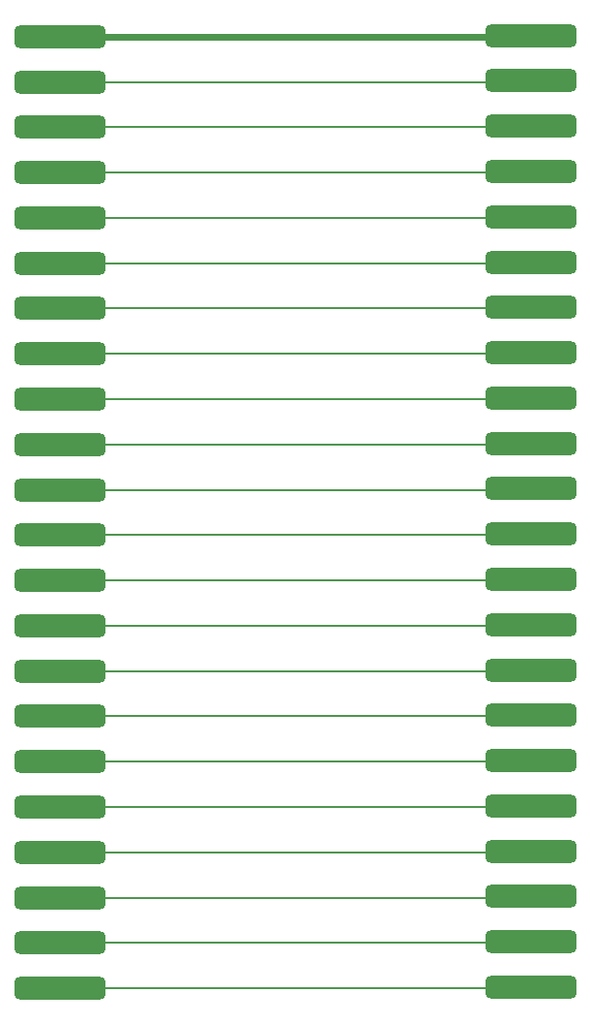
<source format=gbr>
%TF.GenerationSoftware,KiCad,Pcbnew,8.0.5-8.0.5-0~ubuntu24.04.1*%
%TF.CreationDate,2024-10-05T16:37:18-07:00*%
%TF.ProjectId,interconnect,696e7465-7263-46f6-9e6e-6563742e6b69,rev?*%
%TF.SameCoordinates,Original*%
%TF.FileFunction,Copper,L1,Top*%
%TF.FilePolarity,Positive*%
%FSLAX46Y46*%
G04 Gerber Fmt 4.6, Leading zero omitted, Abs format (unit mm)*
G04 Created by KiCad (PCBNEW 8.0.5-8.0.5-0~ubuntu24.04.1) date 2024-10-05 16:37:18*
%MOMM*%
%LPD*%
G01*
G04 APERTURE LIST*
G04 Aperture macros list*
%AMRoundRect*
0 Rectangle with rounded corners*
0 $1 Rounding radius*
0 $2 $3 $4 $5 $6 $7 $8 $9 X,Y pos of 4 corners*
0 Add a 4 corners polygon primitive as box body*
4,1,4,$2,$3,$4,$5,$6,$7,$8,$9,$2,$3,0*
0 Add four circle primitives for the rounded corners*
1,1,$1+$1,$2,$3*
1,1,$1+$1,$4,$5*
1,1,$1+$1,$6,$7*
1,1,$1+$1,$8,$9*
0 Add four rect primitives between the rounded corners*
20,1,$1+$1,$2,$3,$4,$5,0*
20,1,$1+$1,$4,$5,$6,$7,0*
20,1,$1+$1,$6,$7,$8,$9,0*
20,1,$1+$1,$8,$9,$2,$3,0*%
G04 Aperture macros list end*
%TA.AperFunction,ConnectorPad*%
%ADD10RoundRect,0.500000X-3.500000X-0.500000X3.500000X-0.500000X3.500000X0.500000X-3.500000X0.500000X0*%
%TD*%
%TA.AperFunction,Conductor*%
%ADD11C,0.200000*%
%TD*%
%TA.AperFunction,Conductor*%
%ADD12C,0.600000*%
%TD*%
G04 APERTURE END LIST*
D10*
%TO.P,J2,1,Pin_1*%
%TO.N,Net-(J1-Pin_1)*%
X150390000Y-58410000D03*
%TO.P,J2,2,Pin_2*%
%TO.N,Net-(J1-Pin_2)*%
X150390000Y-62360000D03*
%TO.P,J2,3,Pin_3*%
%TO.N,Net-(J1-Pin_3)*%
X150390000Y-66330000D03*
%TO.P,J2,4,Pin_4*%
%TO.N,Net-(J1-Pin_4)*%
X150390000Y-70290000D03*
%TO.P,J2,5,Pin_5*%
%TO.N,Net-(J1-Pin_5)*%
X150390000Y-74250000D03*
%TO.P,J2,6,Pin_6*%
%TO.N,Net-(J1-Pin_6)*%
X150390000Y-78210000D03*
%TO.P,J2,7,Pin_7*%
%TO.N,Net-(J1-Pin_7)*%
X150390000Y-82160000D03*
%TO.P,J2,8,Pin_8*%
%TO.N,Net-(J1-Pin_8)*%
X150390000Y-86130000D03*
%TO.P,J2,9,Pin_9*%
%TO.N,Net-(J1-Pin_9)*%
X150390000Y-90090000D03*
%TO.P,J2,10,Pin_10*%
%TO.N,Net-(J1-Pin_10)*%
X150390000Y-94050000D03*
%TO.P,J2,11,Pin_11*%
%TO.N,Net-(J1-Pin_11)*%
X150390000Y-98010000D03*
%TO.P,J2,12,Pin_12*%
%TO.N,Net-(J1-Pin_12)*%
X150390000Y-101970000D03*
%TO.P,J2,13,Pin_13*%
%TO.N,Net-(J1-Pin_13)*%
X150390000Y-105930000D03*
%TO.P,J2,14,Pin_14*%
%TO.N,Net-(J1-Pin_14)*%
X150390000Y-109890000D03*
%TO.P,J2,15,Pin_15*%
%TO.N,Net-(J1-Pin_15)*%
X150390000Y-113850000D03*
%TO.P,J2,16,Pin_16*%
%TO.N,Net-(J1-Pin_16)*%
X150390000Y-117810000D03*
%TO.P,J2,17,Pin_17*%
%TO.N,Net-(J1-Pin_17)*%
X150390000Y-121770000D03*
%TO.P,J2,18,Pin_18*%
%TO.N,Net-(J1-Pin_18)*%
X150390000Y-125730000D03*
%TO.P,J2,19,Pin_19*%
%TO.N,Net-(J1-Pin_19)*%
X150390000Y-129690000D03*
%TO.P,J2,20,Pin_20*%
%TO.N,Net-(J1-Pin_20)*%
X150390000Y-133650000D03*
%TO.P,J2,21,Pin_21*%
%TO.N,Net-(J1-Pin_21)*%
X150390000Y-137610000D03*
%TO.P,J2,22,Pin_22*%
%TO.N,Net-(J1-Pin_22)*%
X150390000Y-141560000D03*
%TD*%
%TO.P,J1,1,Pin_1*%
%TO.N,Net-(J1-Pin_1)*%
X109180000Y-58510000D03*
%TO.P,J1,2,Pin_2*%
%TO.N,Net-(J1-Pin_2)*%
X109180000Y-62460000D03*
%TO.P,J1,3,Pin_3*%
%TO.N,Net-(J1-Pin_3)*%
X109180000Y-66430000D03*
%TO.P,J1,4,Pin_4*%
%TO.N,Net-(J1-Pin_4)*%
X109180000Y-70390000D03*
%TO.P,J1,5,Pin_5*%
%TO.N,Net-(J1-Pin_5)*%
X109180000Y-74350000D03*
%TO.P,J1,6,Pin_6*%
%TO.N,Net-(J1-Pin_6)*%
X109180000Y-78310000D03*
%TO.P,J1,7,Pin_7*%
%TO.N,Net-(J1-Pin_7)*%
X109180000Y-82260000D03*
%TO.P,J1,8,Pin_8*%
%TO.N,Net-(J1-Pin_8)*%
X109180000Y-86230000D03*
%TO.P,J1,9,Pin_9*%
%TO.N,Net-(J1-Pin_9)*%
X109180000Y-90190000D03*
%TO.P,J1,10,Pin_10*%
%TO.N,Net-(J1-Pin_10)*%
X109180000Y-94150000D03*
%TO.P,J1,11,Pin_11*%
%TO.N,Net-(J1-Pin_11)*%
X109180000Y-98110000D03*
%TO.P,J1,12,Pin_12*%
%TO.N,Net-(J1-Pin_12)*%
X109180000Y-102070000D03*
%TO.P,J1,13,Pin_13*%
%TO.N,Net-(J1-Pin_13)*%
X109180000Y-106030000D03*
%TO.P,J1,14,Pin_14*%
%TO.N,Net-(J1-Pin_14)*%
X109180000Y-109990000D03*
%TO.P,J1,15,Pin_15*%
%TO.N,Net-(J1-Pin_15)*%
X109180000Y-113950000D03*
%TO.P,J1,16,Pin_16*%
%TO.N,Net-(J1-Pin_16)*%
X109180000Y-117910000D03*
%TO.P,J1,17,Pin_17*%
%TO.N,Net-(J1-Pin_17)*%
X109180000Y-121870000D03*
%TO.P,J1,18,Pin_18*%
%TO.N,Net-(J1-Pin_18)*%
X109180000Y-125830000D03*
%TO.P,J1,19,Pin_19*%
%TO.N,Net-(J1-Pin_19)*%
X109180000Y-129790000D03*
%TO.P,J1,20,Pin_20*%
%TO.N,Net-(J1-Pin_20)*%
X109180000Y-133750000D03*
%TO.P,J1,21,Pin_21*%
%TO.N,Net-(J1-Pin_21)*%
X109180000Y-137710000D03*
%TO.P,J1,22,Pin_22*%
%TO.N,Net-(J1-Pin_22)*%
X109180000Y-141660000D03*
%TD*%
D11*
%TO.N,Net-(J1-Pin_17)*%
X109180000Y-121870000D02*
X150290000Y-121870000D01*
X150290000Y-121870000D02*
X150390000Y-121770000D01*
D12*
%TO.N,Net-(J1-Pin_1)*%
X150290000Y-58510000D02*
X150390000Y-58410000D01*
X109180000Y-58510000D02*
X150290000Y-58510000D01*
D11*
%TO.N,Net-(J1-Pin_8)*%
X109180000Y-86230000D02*
X150290000Y-86230000D01*
X150290000Y-86230000D02*
X150390000Y-86130000D01*
%TO.N,Net-(J1-Pin_11)*%
X109180000Y-98110000D02*
X150290000Y-98110000D01*
X150290000Y-98110000D02*
X150390000Y-98010000D01*
%TO.N,Net-(J1-Pin_6)*%
X150290000Y-78310000D02*
X150390000Y-78210000D01*
X109180000Y-78310000D02*
X150290000Y-78310000D01*
%TO.N,Net-(J1-Pin_14)*%
X150290000Y-109990000D02*
X150390000Y-109890000D01*
X109180000Y-109990000D02*
X150290000Y-109990000D01*
%TO.N,Net-(J1-Pin_2)*%
X109180000Y-62460000D02*
X150290000Y-62460000D01*
X150290000Y-62460000D02*
X150390000Y-62360000D01*
%TO.N,Net-(J1-Pin_19)*%
X109180000Y-129790000D02*
X150290000Y-129790000D01*
X150290000Y-129790000D02*
X150390000Y-129690000D01*
%TO.N,Net-(J1-Pin_4)*%
X150290000Y-70390000D02*
X150390000Y-70290000D01*
X109180000Y-70390000D02*
X150290000Y-70390000D01*
%TO.N,Net-(J1-Pin_15)*%
X109180000Y-113950000D02*
X150290000Y-113950000D01*
X150290000Y-113950000D02*
X150390000Y-113850000D01*
%TO.N,Net-(J1-Pin_20)*%
X150290000Y-133750000D02*
X150390000Y-133650000D01*
X109180000Y-133750000D02*
X150290000Y-133750000D01*
%TO.N,Net-(J1-Pin_22)*%
X150290000Y-141660000D02*
X150390000Y-141560000D01*
X109180000Y-141660000D02*
X150290000Y-141660000D01*
%TO.N,Net-(J1-Pin_5)*%
X109180000Y-74350000D02*
X150290000Y-74350000D01*
X150290000Y-74350000D02*
X150390000Y-74250000D01*
%TO.N,Net-(J1-Pin_13)*%
X150290000Y-106030000D02*
X150390000Y-105930000D01*
X109180000Y-106030000D02*
X150290000Y-106030000D01*
%TO.N,Net-(J1-Pin_21)*%
X150290000Y-137710000D02*
X150390000Y-137610000D01*
X109180000Y-137710000D02*
X150290000Y-137710000D01*
%TO.N,Net-(J1-Pin_16)*%
X109180000Y-117910000D02*
X150290000Y-117910000D01*
X150290000Y-117910000D02*
X150390000Y-117810000D01*
%TO.N,Net-(J1-Pin_18)*%
X109180000Y-125830000D02*
X150290000Y-125830000D01*
X150290000Y-125830000D02*
X150390000Y-125730000D01*
%TO.N,Net-(J1-Pin_7)*%
X150290000Y-82260000D02*
X150390000Y-82160000D01*
X109180000Y-82260000D02*
X150290000Y-82260000D01*
%TO.N,Net-(J1-Pin_10)*%
X150290000Y-94150000D02*
X150390000Y-94050000D01*
X109180000Y-94150000D02*
X150290000Y-94150000D01*
%TO.N,Net-(J1-Pin_9)*%
X150290000Y-90190000D02*
X150390000Y-90090000D01*
X109180000Y-90190000D02*
X150290000Y-90190000D01*
%TO.N,Net-(J1-Pin_3)*%
X150290000Y-66430000D02*
X150390000Y-66330000D01*
X109180000Y-66430000D02*
X150290000Y-66430000D01*
%TO.N,Net-(J1-Pin_12)*%
X109180000Y-102070000D02*
X150290000Y-102070000D01*
X150290000Y-102070000D02*
X150390000Y-101970000D01*
%TD*%
M02*

</source>
